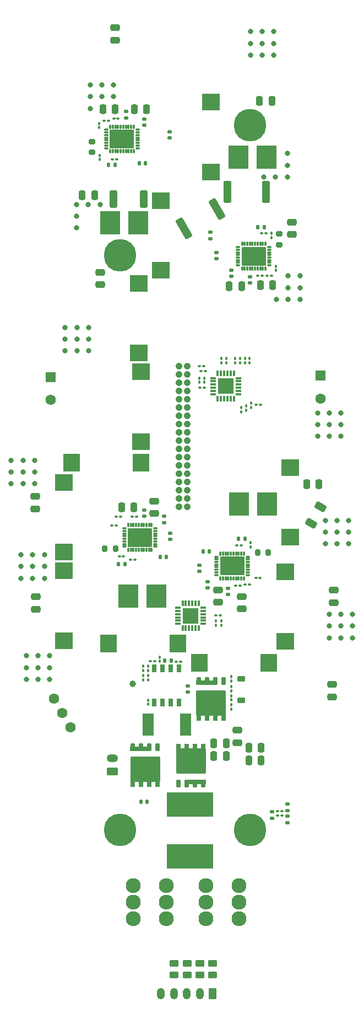
<source format=gbs>
G04 #@! TF.GenerationSoftware,KiCad,Pcbnew,7.0.2-0*
G04 #@! TF.CreationDate,2023-10-14T11:26:59-07:00*
G04 #@! TF.ProjectId,high-power,68696768-2d70-46f7-9765-722e6b696361,rev?*
G04 #@! TF.SameCoordinates,Original*
G04 #@! TF.FileFunction,Soldermask,Bot*
G04 #@! TF.FilePolarity,Negative*
%FSLAX46Y46*%
G04 Gerber Fmt 4.6, Leading zero omitted, Abs format (unit mm)*
G04 Created by KiCad (PCBNEW 7.0.2-0) date 2023-10-14 11:26:59*
%MOMM*%
%LPD*%
G01*
G04 APERTURE LIST*
G04 Aperture macros list*
%AMRoundRect*
0 Rectangle with rounded corners*
0 $1 Rounding radius*
0 $2 $3 $4 $5 $6 $7 $8 $9 X,Y pos of 4 corners*
0 Add a 4 corners polygon primitive as box body*
4,1,4,$2,$3,$4,$5,$6,$7,$8,$9,$2,$3,0*
0 Add four circle primitives for the rounded corners*
1,1,$1+$1,$2,$3*
1,1,$1+$1,$4,$5*
1,1,$1+$1,$6,$7*
1,1,$1+$1,$8,$9*
0 Add four rect primitives between the rounded corners*
20,1,$1+$1,$2,$3,$4,$5,0*
20,1,$1+$1,$4,$5,$6,$7,0*
20,1,$1+$1,$6,$7,$8,$9,0*
20,1,$1+$1,$8,$9,$2,$3,0*%
G04 Aperture macros list end*
%ADD10C,0.800000*%
%ADD11C,5.000000*%
%ADD12RoundRect,0.100000X0.130000X0.100000X-0.130000X0.100000X-0.130000X-0.100000X0.130000X-0.100000X0*%
%ADD13R,1.600000X1.600000*%
%ADD14C,1.600000*%
%ADD15R,2.800000X2.600000*%
%ADD16C,2.300000*%
%ADD17RoundRect,0.200000X-0.200000X-0.275000X0.200000X-0.275000X0.200000X0.275000X-0.200000X0.275000X0*%
%ADD18RoundRect,0.250000X0.475000X-0.250000X0.475000X0.250000X-0.475000X0.250000X-0.475000X-0.250000X0*%
%ADD19RoundRect,0.250000X0.250000X0.475000X-0.250000X0.475000X-0.250000X-0.475000X0.250000X-0.475000X0*%
%ADD20R,2.600000X2.800000*%
%ADD21RoundRect,0.100000X0.100000X-0.130000X0.100000X0.130000X-0.100000X0.130000X-0.100000X-0.130000X0*%
%ADD22RoundRect,0.250000X-0.250000X-0.475000X0.250000X-0.475000X0.250000X0.475000X-0.250000X0.475000X0*%
%ADD23RoundRect,0.140000X-0.170000X0.140000X-0.170000X-0.140000X0.170000X-0.140000X0.170000X0.140000X0*%
%ADD24RoundRect,0.140000X0.170000X-0.140000X0.170000X0.140000X-0.170000X0.140000X-0.170000X-0.140000X0*%
%ADD25R,3.050000X3.680000*%
%ADD26RoundRect,0.135000X0.135000X0.185000X-0.135000X0.185000X-0.135000X-0.185000X0.135000X-0.185000X0*%
%ADD27RoundRect,0.200000X0.200000X0.275000X-0.200000X0.275000X-0.200000X-0.275000X0.200000X-0.275000X0*%
%ADD28RoundRect,0.100000X-0.100000X0.130000X-0.100000X-0.130000X0.100000X-0.130000X0.100000X0.130000X0*%
%ADD29RoundRect,0.100000X-0.130000X-0.100000X0.130000X-0.100000X0.130000X0.100000X-0.130000X0.100000X0*%
%ADD30C,1.050000*%
%ADD31RoundRect,0.140000X0.140000X0.170000X-0.140000X0.170000X-0.140000X-0.170000X0.140000X-0.170000X0*%
%ADD32RoundRect,0.140000X-0.140000X-0.170000X0.140000X-0.170000X0.140000X0.170000X-0.140000X0.170000X0*%
%ADD33RoundRect,0.250000X0.450000X-0.262500X0.450000X0.262500X-0.450000X0.262500X-0.450000X-0.262500X0*%
%ADD34RoundRect,0.250000X0.362500X1.425000X-0.362500X1.425000X-0.362500X-1.425000X0.362500X-1.425000X0*%
%ADD35RoundRect,0.225000X0.375000X-0.225000X0.375000X0.225000X-0.375000X0.225000X-0.375000X-0.225000X0*%
%ADD36RoundRect,0.200000X0.275000X-0.200000X0.275000X0.200000X-0.275000X0.200000X-0.275000X-0.200000X0*%
%ADD37RoundRect,0.135000X-0.185000X0.135000X-0.185000X-0.135000X0.185000X-0.135000X0.185000X0.135000X0*%
%ADD38C,1.000000*%
%ADD39RoundRect,0.050000X-0.300000X-0.400000X0.300000X-0.400000X0.300000X0.400000X-0.300000X0.400000X0*%
%ADD40RoundRect,0.050000X-2.205000X-1.875000X2.205000X-1.875000X2.205000X1.875000X-2.205000X1.875000X0*%
%ADD41RoundRect,0.050000X-0.250000X-0.550000X0.250000X-0.550000X0.250000X0.550000X-0.250000X0.550000X0*%
%ADD42RoundRect,0.050000X-1.600000X-0.300000X1.600000X-0.300000X1.600000X0.300000X-1.600000X0.300000X0*%
%ADD43RoundRect,0.250000X0.362500X1.075000X-0.362500X1.075000X-0.362500X-1.075000X0.362500X-1.075000X0*%
%ADD44RoundRect,0.250000X-0.475000X0.250000X-0.475000X-0.250000X0.475000X-0.250000X0.475000X0.250000X0*%
%ADD45RoundRect,0.135000X-0.135000X-0.185000X0.135000X-0.185000X0.135000X0.185000X-0.135000X0.185000X0*%
%ADD46RoundRect,0.075000X-0.075000X0.362500X-0.075000X-0.362500X0.075000X-0.362500X0.075000X0.362500X0*%
%ADD47RoundRect,0.075000X-0.362500X0.075000X-0.362500X-0.075000X0.362500X-0.075000X0.362500X0.075000X0*%
%ADD48R,2.450000X2.450000*%
%ADD49RoundRect,0.050000X0.300000X0.400000X-0.300000X0.400000X-0.300000X-0.400000X0.300000X-0.400000X0*%
%ADD50RoundRect,0.050000X2.205000X1.875000X-2.205000X1.875000X-2.205000X-1.875000X2.205000X-1.875000X0*%
%ADD51RoundRect,0.050000X0.250000X0.550000X-0.250000X0.550000X-0.250000X-0.550000X0.250000X-0.550000X0*%
%ADD52RoundRect,0.050000X1.600000X0.300000X-1.600000X0.300000X-1.600000X-0.300000X1.600000X-0.300000X0*%
%ADD53R,0.762000X1.143000*%
%ADD54RoundRect,0.100000X-0.050000X0.250000X-0.050000X-0.250000X0.050000X-0.250000X0.050000X0.250000X0*%
%ADD55RoundRect,0.100000X-0.250000X-0.050000X0.250000X-0.050000X0.250000X0.050000X-0.250000X0.050000X0*%
%ADD56C,0.450000*%
%ADD57RoundRect,0.100000X-1.800000X1.300000X-1.800000X-1.300000X1.800000X-1.300000X1.800000X1.300000X0*%
%ADD58RoundRect,0.250000X0.398566X-1.415336X1.026434X-1.052836X-0.398566X1.415336X-1.026434X1.052836X0*%
%ADD59R,7.200000X3.700000*%
%ADD60RoundRect,0.200000X-0.275000X0.200000X-0.275000X-0.200000X0.275000X-0.200000X0.275000X0.200000X0*%
%ADD61RoundRect,0.147500X-0.147500X-0.172500X0.147500X-0.172500X0.147500X0.172500X-0.147500X0.172500X0*%
%ADD62RoundRect,0.075000X0.075000X-0.362500X0.075000X0.362500X-0.075000X0.362500X-0.075000X-0.362500X0*%
%ADD63RoundRect,0.075000X0.362500X-0.075000X0.362500X0.075000X-0.362500X0.075000X-0.362500X-0.075000X0*%
%ADD64RoundRect,0.250000X0.350000X0.625000X-0.350000X0.625000X-0.350000X-0.625000X0.350000X-0.625000X0*%
%ADD65O,1.200000X1.750000*%
%ADD66RoundRect,0.250000X0.385016X-0.583133X0.697516X-0.041867X-0.385016X0.583133X-0.697516X0.041867X0*%
%ADD67R,1.800000X3.400000*%
%ADD68RoundRect,0.250000X0.625000X-0.350000X0.625000X0.350000X-0.625000X0.350000X-0.625000X-0.350000X0*%
%ADD69O,1.750000X1.200000*%
%ADD70RoundRect,0.100000X0.050000X-0.250000X0.050000X0.250000X-0.050000X0.250000X-0.050000X-0.250000X0*%
%ADD71RoundRect,0.100000X0.250000X0.050000X-0.250000X0.050000X-0.250000X-0.050000X0.250000X-0.050000X0*%
%ADD72RoundRect,0.100000X1.800000X-1.300000X1.800000X1.300000X-1.800000X1.300000X-1.800000X-1.300000X0*%
G04 APERTURE END LIST*
D10*
X36533618Y-58479406D03*
X37082793Y-57153581D03*
X37082793Y-59805231D03*
X38408618Y-56604406D03*
D11*
X38408618Y-58479406D03*
D10*
X38408618Y-60354406D03*
X39734443Y-57153581D03*
X39734443Y-59805231D03*
X40283618Y-58479406D03*
X69964500Y-99185000D03*
X69964500Y-100985000D03*
X69964500Y-102785000D03*
X71764500Y-99185000D03*
X71764500Y-100985000D03*
X71764500Y-102785000D03*
X73564500Y-99185000D03*
X73564500Y-100985000D03*
X73564500Y-102785000D03*
X58440000Y-24150000D03*
X58440000Y-25950000D03*
X58440000Y-27750000D03*
X60240000Y-24150000D03*
X60240000Y-25950000D03*
X60240000Y-27750000D03*
X62040000Y-24150000D03*
X62040000Y-25950000D03*
X62040000Y-27750000D03*
X70574500Y-113615000D03*
X70574500Y-115415000D03*
X70574500Y-117215000D03*
X72374500Y-113615000D03*
X72374500Y-115415000D03*
X72374500Y-117215000D03*
X74174500Y-113615000D03*
X74174500Y-115415000D03*
X74174500Y-117215000D03*
X23180000Y-104470000D03*
X23180000Y-106270000D03*
X23180000Y-108070000D03*
X24980000Y-104470000D03*
X24980000Y-106270000D03*
X24980000Y-108070000D03*
X26780000Y-104470000D03*
X26780000Y-106270000D03*
X26780000Y-108070000D03*
X68784500Y-82675000D03*
X68784500Y-84475000D03*
X68784500Y-86275000D03*
X70584500Y-82675000D03*
X70584500Y-84475000D03*
X70584500Y-86275000D03*
X72384500Y-82675000D03*
X72384500Y-84475000D03*
X72384500Y-86275000D03*
X60520000Y-46450000D03*
X62320000Y-46450000D03*
X64120000Y-42850000D03*
X64120000Y-44650000D03*
X64120000Y-46450000D03*
X21690000Y-89970000D03*
X21690000Y-91770000D03*
X21690000Y-93570000D03*
X23490000Y-89970000D03*
X23490000Y-91770000D03*
X23490000Y-93570000D03*
X25290000Y-89970000D03*
X25290000Y-91770000D03*
X25290000Y-93570000D03*
X56533618Y-38479406D03*
X57082793Y-37153581D03*
X57082793Y-39805231D03*
X58408618Y-36604406D03*
D11*
X58408618Y-38479406D03*
D10*
X58408618Y-40354406D03*
X59734443Y-37153581D03*
X59734443Y-39805231D03*
X60283618Y-38479406D03*
X31740000Y-50680000D03*
X31740000Y-52480000D03*
X31740000Y-54280000D03*
X33540000Y-50680000D03*
X35340000Y-50680000D03*
X33840000Y-32340000D03*
X33840000Y-34140000D03*
X33840000Y-35940000D03*
X35640000Y-32340000D03*
X35640000Y-34140000D03*
X37440000Y-32340000D03*
X37440000Y-34140000D03*
X33570000Y-73150000D03*
X33570000Y-71350000D03*
X33570000Y-69550000D03*
X31770000Y-73150000D03*
X31770000Y-71350000D03*
X31770000Y-69550000D03*
X29970000Y-73150000D03*
X29970000Y-71350000D03*
X29970000Y-69550000D03*
X24002000Y-119990000D03*
X24002000Y-121790000D03*
X24002000Y-123590000D03*
X25802000Y-119990000D03*
X25802000Y-121790000D03*
X25802000Y-123590000D03*
X27602000Y-119990000D03*
X27602000Y-121790000D03*
X27602000Y-123590000D03*
X62480000Y-65250000D03*
X64280000Y-61650000D03*
X64280000Y-63450000D03*
X64280000Y-65250000D03*
X66080000Y-61650000D03*
X66080000Y-63450000D03*
X66080000Y-65250000D03*
X36533618Y-146729406D03*
X37082793Y-145403581D03*
X37082793Y-148055231D03*
X38408618Y-144854406D03*
D11*
X38408618Y-146729406D03*
D10*
X38408618Y-148604406D03*
X39734443Y-145403581D03*
X39734443Y-148055231D03*
X40283618Y-146729406D03*
X56533618Y-146729406D03*
X57082793Y-145403581D03*
X57082793Y-148055231D03*
X58408618Y-144854406D03*
D11*
X58408618Y-146729406D03*
D10*
X58408618Y-148604406D03*
X59734443Y-145403581D03*
X59734443Y-148055231D03*
X60283618Y-146729406D03*
D12*
X47715000Y-120860000D03*
X47075000Y-120860000D03*
D13*
X27770000Y-77197349D03*
D14*
X27770000Y-80697349D03*
D15*
X52390000Y-34960000D03*
X52390000Y-45660000D03*
D16*
X51610000Y-155250000D03*
X51610000Y-157790000D03*
X51610000Y-160330000D03*
X56690000Y-155250000D03*
X56690000Y-157790000D03*
X56690000Y-160330000D03*
D17*
X36045000Y-103530000D03*
X37695000Y-103530000D03*
D18*
X56470000Y-133310000D03*
X56470000Y-131410000D03*
D12*
X37905000Y-43730000D03*
X37265000Y-43730000D03*
D19*
X34480000Y-49276000D03*
X32580000Y-49276000D03*
D20*
X47310000Y-118120000D03*
X36610000Y-118120000D03*
D12*
X59935000Y-108010000D03*
X59295000Y-108010000D03*
D21*
X53960000Y-115290000D03*
X53960000Y-114650000D03*
D22*
X55187500Y-63212500D03*
X57087500Y-63212500D03*
D23*
X46160000Y-101120000D03*
X46160000Y-102080000D03*
D24*
X53200000Y-59010000D03*
X53200000Y-58050000D03*
D25*
X56592500Y-43377500D03*
X60912500Y-43377500D03*
D21*
X42730000Y-123650000D03*
X42730000Y-123010000D03*
D26*
X37630000Y-44610000D03*
X36610000Y-44610000D03*
D27*
X61210000Y-104130000D03*
X59560000Y-104130000D03*
D15*
X44710000Y-50110000D03*
X44710000Y-60810000D03*
D21*
X55550000Y-123830000D03*
X55550000Y-123190000D03*
D28*
X56850000Y-74330000D03*
X56850000Y-74970000D03*
D21*
X56100000Y-74970000D03*
X56100000Y-74330000D03*
D18*
X35340000Y-63000000D03*
X35340000Y-61100000D03*
D29*
X62655000Y-144530000D03*
X63295000Y-144530000D03*
D30*
X47450000Y-75530000D03*
X47450000Y-76800000D03*
X47450000Y-78070000D03*
X47450000Y-79340000D03*
X47450000Y-80610000D03*
X47450000Y-81880000D03*
X47450000Y-83150000D03*
X47450000Y-84420000D03*
X47450000Y-85690000D03*
X47450000Y-86960000D03*
X47450000Y-88230000D03*
X47450000Y-89500000D03*
X47450000Y-90770000D03*
X47450000Y-92040000D03*
X47450000Y-93310000D03*
X47450000Y-94580000D03*
X47450000Y-95850000D03*
X47450000Y-97120000D03*
X48720000Y-75530000D03*
X48720000Y-76800000D03*
X48720000Y-78070000D03*
X48720000Y-79340000D03*
X48720000Y-80610000D03*
X48720000Y-81880000D03*
X48720000Y-83150000D03*
X48720000Y-84420000D03*
X48720000Y-85690000D03*
X48720000Y-86960000D03*
X48720000Y-88230000D03*
X48720000Y-89500000D03*
X48720000Y-90770000D03*
X48720000Y-92040000D03*
X48720000Y-93310000D03*
X48720000Y-94580000D03*
X48720000Y-95850000D03*
X48720000Y-97120000D03*
D31*
X42600000Y-142400000D03*
X41640000Y-142400000D03*
D29*
X57665000Y-109010000D03*
X58305000Y-109010000D03*
D28*
X50590000Y-77325000D03*
X50590000Y-77965000D03*
D15*
X64540000Y-91060000D03*
X64540000Y-101760000D03*
D28*
X54750000Y-74325000D03*
X54750000Y-74965000D03*
D22*
X58220000Y-136060000D03*
X60120000Y-136060000D03*
D19*
X54730000Y-135390000D03*
X52830000Y-135390000D03*
D32*
X51180000Y-103930000D03*
X52140000Y-103930000D03*
D21*
X55540000Y-126750000D03*
X55540000Y-126110000D03*
D22*
X38652500Y-97150000D03*
X40552500Y-97150000D03*
D31*
X45520000Y-104760000D03*
X44560000Y-104760000D03*
D25*
X43987500Y-110782500D03*
X39667500Y-110782500D03*
D23*
X58370000Y-61760000D03*
X58370000Y-62720000D03*
D29*
X59340000Y-81420000D03*
X59980000Y-81420000D03*
D33*
X46710000Y-168982500D03*
X46710000Y-167157500D03*
D34*
X60874500Y-48768000D03*
X54949500Y-48768000D03*
D12*
X63295000Y-143830000D03*
X62655000Y-143830000D03*
D35*
X57080000Y-126810000D03*
X57080000Y-123510000D03*
D15*
X29740000Y-93340000D03*
X29740000Y-104040000D03*
D36*
X34130000Y-42655000D03*
X34130000Y-41005000D03*
D37*
X61800000Y-143900000D03*
X61800000Y-144920000D03*
D31*
X42350000Y-44340000D03*
X41390000Y-44340000D03*
D29*
X53180000Y-113810000D03*
X53820000Y-113810000D03*
D21*
X42720000Y-122230000D03*
X42720000Y-121590000D03*
D38*
X40330000Y-124260000D03*
D21*
X58530000Y-81810000D03*
X58530000Y-81170000D03*
X42731000Y-127430000D03*
X42731000Y-126790000D03*
D39*
X40367499Y-139682498D03*
X41637499Y-139682498D03*
D40*
X42272499Y-137407498D03*
D39*
X42907499Y-139682498D03*
X44177499Y-139682498D03*
D41*
X44177499Y-133982498D03*
X40367499Y-133982498D03*
D42*
X41557499Y-134232498D03*
D41*
X41637499Y-133982498D03*
X42907499Y-133982498D03*
D28*
X61720000Y-55100000D03*
X61720000Y-55740000D03*
D12*
X40670000Y-105200000D03*
X40030000Y-105200000D03*
D43*
X42062500Y-49860000D03*
X37437500Y-49860000D03*
D44*
X64840000Y-53390000D03*
X64840000Y-55290000D03*
X71030000Y-124360000D03*
X71030000Y-126260000D03*
D24*
X42125000Y-98550000D03*
X42125000Y-97590000D03*
D45*
X56630000Y-102040000D03*
X57650000Y-102040000D03*
D19*
X42480000Y-36010000D03*
X40580000Y-36010000D03*
D44*
X71250000Y-109900000D03*
X71250000Y-111800000D03*
D28*
X44480000Y-120180000D03*
X44480000Y-120820000D03*
D46*
X53430000Y-76642500D03*
X53930000Y-76642500D03*
X54430000Y-76642500D03*
X54930000Y-76642500D03*
X55430000Y-76642500D03*
X55930000Y-76642500D03*
D47*
X56617500Y-77330000D03*
X56617500Y-77830000D03*
X56617500Y-78330000D03*
X56617500Y-78830000D03*
X56617500Y-79330000D03*
X56617500Y-79830000D03*
D46*
X55930000Y-80517500D03*
X55430000Y-80517500D03*
X54930000Y-80517500D03*
X54430000Y-80517500D03*
X53930000Y-80517500D03*
X53430000Y-80517500D03*
D47*
X52742500Y-79830000D03*
X52742500Y-79330000D03*
X52742500Y-78830000D03*
X52742500Y-78330000D03*
X52742500Y-77830000D03*
X52742500Y-77330000D03*
D48*
X54680000Y-78580000D03*
D49*
X51210000Y-133885000D03*
X49940000Y-133885000D03*
D50*
X49305000Y-136160000D03*
D49*
X48670000Y-133885000D03*
X47400000Y-133885000D03*
D51*
X47400000Y-139585000D03*
X51210000Y-139585000D03*
D52*
X50020000Y-139335000D03*
D51*
X49940000Y-139585000D03*
X48670000Y-139585000D03*
D12*
X60237500Y-61632500D03*
X59597500Y-61632500D03*
D28*
X41990000Y-123010000D03*
X41990000Y-123650000D03*
D29*
X37182500Y-99967500D03*
X37822500Y-99967500D03*
D53*
X43685000Y-121906500D03*
X44955000Y-121906500D03*
X46225000Y-121906500D03*
X47495000Y-121906500D03*
X47495000Y-127113500D03*
X46225000Y-127113500D03*
X44955000Y-127113500D03*
X43685000Y-127113500D03*
D54*
X36905000Y-38720000D03*
X37305000Y-38720000D03*
X37705000Y-38720000D03*
X38105000Y-38720000D03*
X38505000Y-38720000D03*
X38905000Y-38720000D03*
X39305000Y-38720000D03*
X39705000Y-38720000D03*
X40105000Y-38720000D03*
X40505000Y-38720000D03*
D55*
X41105000Y-39220000D03*
X41105000Y-39620000D03*
X41105000Y-40020000D03*
X41105000Y-40420000D03*
X41105000Y-40820000D03*
X41105000Y-41220000D03*
X41105000Y-41620000D03*
X41105000Y-42020000D03*
D54*
X40505000Y-42520000D03*
X40105000Y-42520000D03*
X39705000Y-42520000D03*
X39305000Y-42520000D03*
X38905000Y-42520000D03*
X38505000Y-42520000D03*
X38105000Y-42520000D03*
X37705000Y-42520000D03*
X37305000Y-42520000D03*
X36905000Y-42520000D03*
D55*
X36305000Y-42020000D03*
X36305000Y-41620000D03*
X36305000Y-41220000D03*
X36305000Y-40820000D03*
X36305000Y-40420000D03*
X36305000Y-40020000D03*
X36305000Y-39620000D03*
X36305000Y-39220000D03*
D56*
X39330000Y-39520000D03*
X38080000Y-39520000D03*
X40305000Y-40620000D03*
X39330000Y-40620000D03*
D57*
X38705000Y-40620000D03*
D56*
X38080000Y-40620000D03*
X37105000Y-40620000D03*
X39330000Y-41720000D03*
X38080000Y-41720000D03*
D25*
X41207500Y-53462500D03*
X36887500Y-53462500D03*
D58*
X48220000Y-54340000D03*
X53351200Y-51377500D03*
D12*
X38485000Y-98630000D03*
X37845000Y-98630000D03*
D59*
X49170000Y-150810000D03*
X49170000Y-142810000D03*
D60*
X62890000Y-55205000D03*
X62890000Y-56855000D03*
D12*
X36620000Y-37820000D03*
X35980000Y-37820000D03*
D24*
X55507500Y-61702500D03*
X55507500Y-60742500D03*
D22*
X35790000Y-36080000D03*
X37690000Y-36080000D03*
D29*
X61047500Y-61632500D03*
X61687500Y-61632500D03*
D12*
X51335000Y-78800000D03*
X50695000Y-78800000D03*
D18*
X57150000Y-112776000D03*
X57150000Y-110876000D03*
D29*
X37450000Y-37520000D03*
X38090000Y-37520000D03*
D61*
X45280000Y-120740000D03*
X46250000Y-120740000D03*
D19*
X54730000Y-133410000D03*
X52830000Y-133410000D03*
D20*
X41640000Y-90290000D03*
X30940000Y-90290000D03*
D19*
X61882500Y-63082500D03*
X59982500Y-63082500D03*
D23*
X45160000Y-98550000D03*
X45160000Y-99510000D03*
D15*
X41300000Y-62790000D03*
X41300000Y-73490000D03*
D23*
X42130000Y-37530000D03*
X42130000Y-38490000D03*
X46050000Y-39480000D03*
X46050000Y-40440000D03*
D15*
X29760000Y-106930000D03*
X29760000Y-117630000D03*
D18*
X37690000Y-25430000D03*
X37690000Y-23530000D03*
D15*
X63850000Y-107090000D03*
X63850000Y-117790000D03*
D24*
X39315000Y-37360000D03*
X39315000Y-36400000D03*
D28*
X53990000Y-74320000D03*
X53990000Y-74960000D03*
D33*
X48720000Y-168982500D03*
X48720000Y-167157500D03*
D62*
X50530000Y-115757500D03*
X50030000Y-115757500D03*
X49530000Y-115757500D03*
X49030000Y-115757500D03*
X48530000Y-115757500D03*
X48030000Y-115757500D03*
D63*
X47342500Y-115070000D03*
X47342500Y-114570000D03*
X47342500Y-114070000D03*
X47342500Y-113570000D03*
X47342500Y-113070000D03*
X47342500Y-112570000D03*
D62*
X48030000Y-111882500D03*
X48530000Y-111882500D03*
X49030000Y-111882500D03*
X49530000Y-111882500D03*
X50030000Y-111882500D03*
X50530000Y-111882500D03*
D63*
X51217500Y-112570000D03*
X51217500Y-113070000D03*
X51217500Y-113570000D03*
X51217500Y-114070000D03*
X51217500Y-114570000D03*
X51217500Y-115070000D03*
D48*
X49280000Y-113820000D03*
D24*
X51870000Y-109570000D03*
X51870000Y-108610000D03*
X52260000Y-55930000D03*
X52260000Y-54970000D03*
D23*
X55030000Y-109630000D03*
X55030000Y-110590000D03*
D28*
X58490000Y-102630000D03*
X58490000Y-103270000D03*
D25*
X56742500Y-96627500D03*
X61062500Y-96627500D03*
D19*
X61770000Y-34750000D03*
X59870000Y-34750000D03*
D64*
X52680000Y-171890000D03*
D65*
X50680000Y-171890000D03*
X48680000Y-171890000D03*
X46680000Y-171890000D03*
X44680000Y-171890000D03*
D66*
X67788750Y-99646562D03*
X69251250Y-97113438D03*
D12*
X43750000Y-120830000D03*
X43110000Y-120830000D03*
D28*
X55530000Y-127510000D03*
X55530000Y-128150000D03*
D29*
X50640000Y-75520000D03*
X51280000Y-75520000D03*
D13*
X69210000Y-76967349D03*
D14*
X69210000Y-80467349D03*
D21*
X57770000Y-82270000D03*
X57770000Y-81630000D03*
X55550000Y-125340000D03*
X55550000Y-124700000D03*
D18*
X25350000Y-97410000D03*
X25350000Y-95510000D03*
D37*
X64145000Y-142750000D03*
X64145000Y-143770000D03*
D29*
X60200000Y-55130000D03*
X60840000Y-55130000D03*
X40272500Y-98600000D03*
X40912500Y-98600000D03*
D20*
X61280000Y-121030000D03*
X50580000Y-121030000D03*
D12*
X56840000Y-109220000D03*
X56200000Y-109220000D03*
D26*
X60630000Y-54140000D03*
X59610000Y-54140000D03*
D67*
X48460000Y-130540000D03*
X42760000Y-130540000D03*
D33*
X50700000Y-168982500D03*
X50700000Y-167157500D03*
D21*
X41990000Y-122225000D03*
X41990000Y-121585000D03*
D14*
X30756122Y-130920064D03*
X29506122Y-128755000D03*
X28256122Y-126589937D03*
D28*
X53150000Y-114650000D03*
X53150000Y-115290000D03*
D68*
X37260000Y-137730000D03*
D69*
X37260000Y-135730000D03*
D44*
X43647500Y-96227500D03*
X43647500Y-98127500D03*
D21*
X35300000Y-43770000D03*
X35300000Y-43130000D03*
D18*
X25430000Y-112820000D03*
X25430000Y-110920000D03*
D33*
X52660000Y-168982500D03*
X52660000Y-167157500D03*
D70*
X57445000Y-108060000D03*
X57045000Y-108060000D03*
X56645000Y-108060000D03*
X56245000Y-108060000D03*
X55845000Y-108060000D03*
X55445000Y-108060000D03*
X55045000Y-108060000D03*
X54645000Y-108060000D03*
X54245000Y-108060000D03*
X53845000Y-108060000D03*
D71*
X53245000Y-107560000D03*
X53245000Y-107160000D03*
X53245000Y-106760000D03*
X53245000Y-106360000D03*
X53245000Y-105960000D03*
X53245000Y-105560000D03*
X53245000Y-105160000D03*
X53245000Y-104760000D03*
D70*
X53845000Y-104260000D03*
X54245000Y-104260000D03*
X54645000Y-104260000D03*
X55045000Y-104260000D03*
X55445000Y-104260000D03*
X55845000Y-104260000D03*
X56245000Y-104260000D03*
X56645000Y-104260000D03*
X57045000Y-104260000D03*
X57445000Y-104260000D03*
D71*
X58045000Y-104760000D03*
X58045000Y-105160000D03*
X58045000Y-105560000D03*
X58045000Y-105960000D03*
X58045000Y-106360000D03*
X58045000Y-106760000D03*
X58045000Y-107160000D03*
X58045000Y-107560000D03*
D56*
X55020000Y-107260000D03*
X56270000Y-107260000D03*
X54045000Y-106160000D03*
X55020000Y-106160000D03*
D72*
X55645000Y-106160000D03*
D56*
X56270000Y-106160000D03*
X57245000Y-106160000D03*
X55020000Y-105060000D03*
X56270000Y-105060000D03*
D15*
X41610000Y-76360000D03*
X41610000Y-87060000D03*
D39*
X50485000Y-129510000D03*
X51755000Y-129510000D03*
D40*
X52390000Y-127235000D03*
D39*
X53025000Y-129510000D03*
X54295000Y-129510000D03*
D41*
X54295000Y-123810000D03*
X50485000Y-123810000D03*
D42*
X51675000Y-124060000D03*
D41*
X51755000Y-123810000D03*
X53025000Y-123810000D03*
D12*
X51520000Y-76270000D03*
X50880000Y-76270000D03*
D28*
X58350000Y-74330000D03*
X58350000Y-74970000D03*
D23*
X64135000Y-144620000D03*
X64135000Y-145580000D03*
D24*
X48850000Y-125540000D03*
X48850000Y-124580000D03*
X50640000Y-107020000D03*
X50640000Y-106060000D03*
D29*
X56390000Y-103020000D03*
X57030000Y-103020000D03*
D28*
X35180000Y-38220000D03*
X35180000Y-38860000D03*
D29*
X38320000Y-104700000D03*
X38960000Y-104700000D03*
D19*
X68990000Y-93600000D03*
X67090000Y-93600000D03*
D28*
X57600000Y-74330000D03*
X57600000Y-74970000D03*
D16*
X40450000Y-155280000D03*
X40450000Y-157820000D03*
X40450000Y-160360000D03*
X45530000Y-155280000D03*
X45530000Y-157820000D03*
X45530000Y-160360000D03*
D21*
X51340000Y-77965000D03*
X51340000Y-77325000D03*
D22*
X58210000Y-134100000D03*
X60110000Y-134100000D03*
D21*
X57010000Y-82500000D03*
X57010000Y-81860000D03*
D70*
X60770000Y-60520000D03*
X60370000Y-60520000D03*
X59970000Y-60520000D03*
X59570000Y-60520000D03*
X59170000Y-60520000D03*
X58770000Y-60520000D03*
X58370000Y-60520000D03*
X57970000Y-60520000D03*
X57570000Y-60520000D03*
X57170000Y-60520000D03*
D71*
X56570000Y-60020000D03*
X56570000Y-59620000D03*
X56570000Y-59220000D03*
X56570000Y-58820000D03*
X56570000Y-58420000D03*
X56570000Y-58020000D03*
X56570000Y-57620000D03*
X56570000Y-57220000D03*
D70*
X57170000Y-56720000D03*
X57570000Y-56720000D03*
X57970000Y-56720000D03*
X58370000Y-56720000D03*
X58770000Y-56720000D03*
X59170000Y-56720000D03*
X59570000Y-56720000D03*
X59970000Y-56720000D03*
X60370000Y-56720000D03*
X60770000Y-56720000D03*
D71*
X61370000Y-57220000D03*
X61370000Y-57620000D03*
X61370000Y-58020000D03*
X61370000Y-58420000D03*
X61370000Y-58820000D03*
X61370000Y-59220000D03*
X61370000Y-59620000D03*
X61370000Y-60020000D03*
D56*
X58345000Y-59720000D03*
X59595000Y-59720000D03*
X57370000Y-58620000D03*
X58345000Y-58620000D03*
D72*
X58970000Y-58620000D03*
D56*
X59595000Y-58620000D03*
X60570000Y-58620000D03*
X58345000Y-57520000D03*
X59595000Y-57520000D03*
D18*
X53470000Y-111750000D03*
X53470000Y-109850000D03*
D54*
X39675000Y-99920000D03*
X40075000Y-99920000D03*
X40475000Y-99920000D03*
X40875000Y-99920000D03*
X41275000Y-99920000D03*
X41675000Y-99920000D03*
X42075000Y-99920000D03*
X42475000Y-99920000D03*
X42875000Y-99920000D03*
X43275000Y-99920000D03*
D55*
X43875000Y-100420000D03*
X43875000Y-100820000D03*
X43875000Y-101220000D03*
X43875000Y-101620000D03*
X43875000Y-102020000D03*
X43875000Y-102420000D03*
X43875000Y-102820000D03*
X43875000Y-103220000D03*
D54*
X43275000Y-103720000D03*
X42875000Y-103720000D03*
X42475000Y-103720000D03*
X42075000Y-103720000D03*
X41675000Y-103720000D03*
X41275000Y-103720000D03*
X40875000Y-103720000D03*
X40475000Y-103720000D03*
X40075000Y-103720000D03*
X39675000Y-103720000D03*
D55*
X39075000Y-103220000D03*
X39075000Y-102820000D03*
X39075000Y-102420000D03*
X39075000Y-102020000D03*
X39075000Y-101620000D03*
X39075000Y-101220000D03*
X39075000Y-100820000D03*
X39075000Y-100420000D03*
D56*
X42100000Y-100720000D03*
X40850000Y-100720000D03*
X43075000Y-101820000D03*
X42100000Y-101820000D03*
D57*
X41475000Y-101820000D03*
D56*
X40850000Y-101820000D03*
X39875000Y-101820000D03*
X42100000Y-102920000D03*
X40850000Y-102920000D03*
D21*
X62370000Y-60800000D03*
X62370000Y-60160000D03*
D26*
X39160000Y-105870000D03*
X38140000Y-105870000D03*
M02*

</source>
